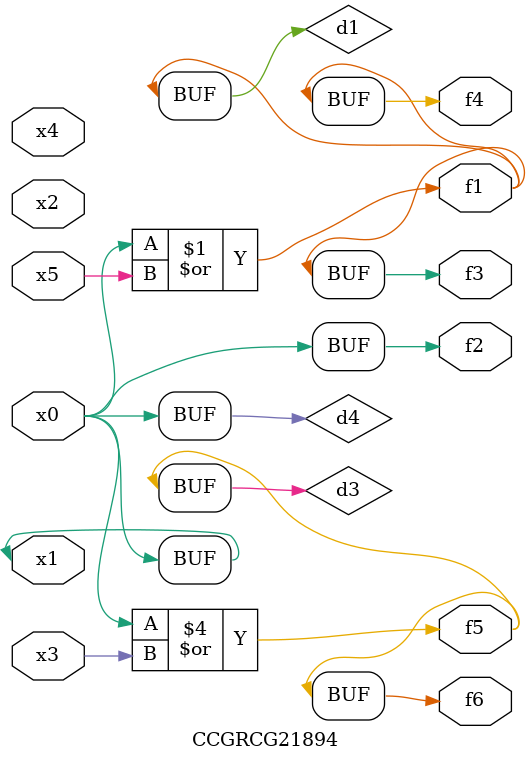
<source format=v>
module CCGRCG21894(
	input x0, x1, x2, x3, x4, x5,
	output f1, f2, f3, f4, f5, f6
);

	wire d1, d2, d3, d4;

	or (d1, x0, x5);
	xnor (d2, x1, x4);
	or (d3, x0, x3);
	buf (d4, x0, x1);
	assign f1 = d1;
	assign f2 = d4;
	assign f3 = d1;
	assign f4 = d1;
	assign f5 = d3;
	assign f6 = d3;
endmodule

</source>
